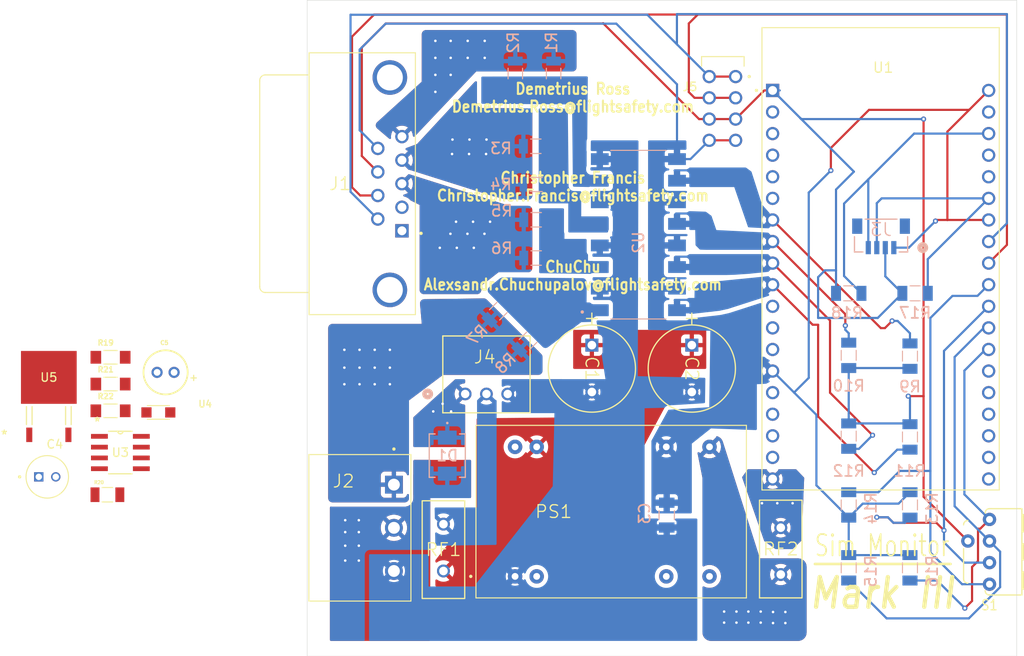
<source format=kicad_pcb>
(kicad_pcb (version 20241229) (generator "pcbnew") (generator_version "9.0")
  (layers (0 "F.Cu" signal) (2 "B.Cu" signal) (13 "F.Paste" user) (15 "B.Paste" user) (5 "F.SilkS" user "F.Silkscreen") (7 "B.SilkS" user "B.Silkscreen") (1 "F.Mask" user) (3 "B.Mask" user) (25 "Edge.Cuts" user))
  (net 0 "")
  (net 1 "-Vin")
  (net 4 "spare")
  (net 5 "ramp_down")
  (net 7 "ramp_up")
  (net 9 "sim_home")
  (net 14 "spare_opto")
  (net 15 "+3.3V")
  (net 16 "GPIO_25")
  (net 17 "GPIO_26")
  (net 18 "GPIO_16")
  (net 19 "ESP_GND2")
  (net 20 "GPIO_17")
  (net 21 "GPIO_4")
  (net 22 "/+VIN")
  (net 36 "GPIO_21")
  (net 41 "GPIO_22")
  (net 44 "+24V")
  (net 46 "GPIO_32")
  (net 47 "GPIO_33")
  (net 48 "GPIO_5")
  (net 49 "ramp_up_opto")
  (net 50 "/ramp_down_opto")
  (net 51 "/sim_home_opto")
  (net 52 "+VIN-dc")
  (net 53 "/+VOUT")
  (net 54 "+VOUT-esp")
  (net 55 "/+24V-Sim")
  (net 56 "GPIO_19")
  (net 57 "GPIO_18")
  (net 59 "VDD")
  (net 64 "sim_home_safe")
  (net 65 "Net-(U3-1IN+)")
  (footprint "footprints:SOD123F" (layer "F.Cu") (at 78.03 100.9165)
    (property "Reference" "U4")
    (property "Value" "BAT46W")
  )
  (footprint "footprints:TO252-3_ROM" (layer "F.Cu") (at 65.1522 96.7947)
    (property "Reference" "U5")
    (property "Value" "BA&")
  )
  (footprint "footprints:CAPPRD200W50D500H1100" (layer "F.Cu") (at 64.97 108.498)
    (property "Reference" "C4")
    (property "Value" "ECA1HM100")
  )
  (footprint "footprints:DRR3010" (layer "F.Cu") (at 175.75 117.31915 90)
    (property "Reference" "S1")
    (property "Value" "DRR3016")
  )
  (footprint "footprints:MODULE_ESP32-DEVKITC-32D" (layer "F.Cu") (at 162.95 82.78915)
    (property "Reference" "U1")
    (property "Value" "ESP32-DEVKITC-32D")
  )
  (footprint "footprints:RES_ERJP08J105V" (layer "F.Cu") (at 72.405 94.428)
    (property "Reference" "R19")
    (property "Value" "ERJP08J105V")
  )
  (footprint "footprints:RES_ERJP08J105V" (layer "F.Cu") (at 72.405 100.728)
    (property "Reference" "R22")
    (property "Value" "ERJP08J105V")
  )
  (footprint "footprints:CONN_S3B-EH_JST" (layer "F.Cu") (at 114.1049 98.7451)
    (property "Reference" "J4")
    (property "Value" "S3B-EH")
  )
  (footprint "footprints:D8" (layer "F.Cu") (at 73.5646 105.6351)
    (property "Reference" "U3")
    (property "Value" "TLV272CDR")
  )
  (footprint "footprints:ASSMANN_A-DF_09_A_KG-T4S" (layer "F.Cu") (at 106.67 79.545 -90)
    (property "Reference" "J1")
    (property "Value" "A-DF_09_A_KG-T4S")
  )
  (footprint "footprints:PTC_RESET_FUSE" (layer "F.Cu") (at 151.21 119.98915 90)
    (property "Reference" "RF2")
    (property "Value" "~" (hide yes))
  )
  (footprint "footprints:PHOENIX_1770979" (layer "F.Cu") (at 141.9 59.05 -90)
    (property "Reference" "J5")
    (property "Value" "1770979")
  )
  (footprint "footprints:PTC_RESET_FUSE" (layer "F.Cu") (at 111.55 114.0617 -90)
    (property "Reference" "RF1")
    (property "Value" "~" (hide yes))
  )
  (footprint "footprints:WCAP-ATG5_5X11_DXL_" (layer "F.Cu") (at 78.88 96.203)
    (property "Reference" "C5")
    (property "Value" "WCAP-ATG5_5X11")
  )
  (footprint "footprints:PCAP_10x12_5-THRU-ELECT_NCA" (layer "F.Cu") (at 140.75 93 -90)
    (property "Reference" "C2")
    (property "Value" "UHE2A470MPD")
  )
  (footprint "footprints:RES_ERJP08J334V" (layer "F.Cu") (at 72.405 97.578)
    (property "Reference" "R21")
    (property "Value" "ERJP08J334V")
  )
  (footprint "footprints:RESC3115X65N" (layer "F.Cu") (at 72.04 110.6)
    (property "Reference" "R20")
    (property "Value" "CRG1206F470R")
  )
  (footprint "footprints:PHOENIX_1757255" (layer "F.Cu") (at 95.725 105.875 -90)
    (property "Reference" "J2")
    (property "Value" "jst-power")
  )
  (footprint "footprints:PCAP_10x12_5-THRU-ELECT_NCA" (layer "F.Cu") (at 129 93 -90)
    (property "Reference" "C1")
    (property "Value" "UHE2A470MPD")
  )
  (footprint "footprints:CONV_REC5A-2405SW_H2" (layer "F.Cu") (at 131.27 112.58915)
    (property "Reference" "PS1")
    (property "Value" "REC5A-2405SW_H2")
  )
  (footprint "footprints:CONN_BM04B-SRSS-TB_SPK" (layer "B.Cu") (at 163 80.106 180)
    (property "Reference" "J3")
    (property "Value" "JST -SM")
  )
  (footprint "footprints:RESC3216X75N" (layer "B.Cu") (at 159.2 86.906)
    (property "Reference" "R18")
    (property "Value" "CR1206-FX-1002ELF")
  )
  (footprint "footprints:RESC3216X75N" (layer "B.Cu") (at 166.4 103.8 90)
    (property "Reference" "R11")
    (property "Value" "CR1206-FX-1002ELF")
  )
  (footprint "footprints:RESC3216X75N" (layer "B.Cu") (at 166.4 111.8 90)
    (property "Reference" "R13")
    (property "Value" "CR1206-FX-1002ELF")
  )
  (footprint "footprints:RESC3115X65N" (layer "B.Cu") (at 122.45 82.75)
    (property "Reference" "R6" (hide yes))
    (property "Value" "CRGH1206J4K7")
  )
  (footprint "footprints:RESC3115X65N" (layer "B.Cu") (at 121.5 92.5 45)
    (property "Reference" "R8")
    (property "Value" "CRGH1206J4K7")
  )
  (footprint "footprints:DO214AASMB_CIP-L" (layer "B.Cu") (at 112 106 -90)
    (property "Reference" "D1")
    (property "Value" "SS34B-HF")
  )
  (footprint "footprints:RESC3115X65N" (layer "B.Cu") (at 124.5 61.04 -90)
    (property "Reference" "R1")
    (property "Value" "CRGH1206J4K7")
  )
  (footprint "footprints:RESC3115X65N" (layer "B.Cu") (at 122.45 78.25)
    (property "Reference" "R5" (hide yes))
    (property "Value" "CRGH1206J4K7")
  )
  (footprint "footprints:RESC3015X65N" (layer "B.Cu") (at 122.45 74.1)
    (property "Reference" "R4")
    (property "Value" "CRGH1206J4K7")
  )
  (footprint "footprints:RESC3115X65N" (layer "B.Cu") (at 122.41 69.6)
    (property "Reference" "R3")
    (property "Value" "CRGH1206J4K7")
  )
  (footprint "footprints:RESC3216X75N" (layer "B.Cu") (at 167 86.906)
    (property "Reference" "R17")
    (property "Value" "CR1206-FX-1002ELF")
  )
  (footprint "footprints:RESC3216X75N" (layer "B.Cu") (at 159.2 94.2 -90)
    (property "Reference" "R10")
    (property "Value" "CR1206-FX-1002ELF")
  )
  (footprint "footprints:SOIC254P1016X460-16N" (layer "B.Cu") (at 134.47 80)
    (property "Reference" "U2")
    (property "Value" "LTV-846S")
  )
  (footprint "footprints:RESC3216X75N" (layer "B.Cu") (at 166.4 94.294 -90)
    (property "Reference" "R9")
    (property "Value" "CR1206-FX-1002ELF")
  )
  (footprint "footprints:RESC3216X75N" (layer "B.Cu") (at 159.2 103.706 90)
    (property "Reference" "R12")
    (property "Value" "CR1206-FX-1002ELF")
  )
  (footprint "footprints:RESC3216X75N" (layer "B.Cu") (at 159.2 111.8 -90)
    (property "Reference" "R14")
    (property "Value" "CR1206-FX-1002ELF")
  )
  (footprint "footprints:RESC3216X75N" (layer "B.Cu") (at 166.4 119.2 90)
    (property "Reference" "R16")
    (property "Value" "CR1206-FX-1002ELF")
  )
  (footprint "footprints:RESC3115X65N" (layer "B.Cu") (at 120 61.04 -90)
    (property "Reference" "R2")
    (property "Value" "CRGH1206J4K7")
  )
  (footprint "footprints:RESC3216X75N" (layer "B.Cu") (at 159.2 119.2 90)
    (property "Reference" "R15")
    (property "Value" "CR1206-FX-1002ELF")
  )
  (footprint "footprints:CAPC3216X180N" (layer "B.Cu") (at 137.8 113 -90)
    (property "Reference" "C3")
    (property "Value" "1000pf/3kV")
  )
  (footprint "footprints:RESC3115X65N" (layer "B.Cu") (at 118 89 45)
    (property "Reference" "R7")
    (property "Value" "CRGH1206J4K7")
  )
  (gr_line (start 155.225 118.75) (end 171.175 118.75) (stroke (width 0.3)) (layer "F.SilkS"))
  (gr_rect (start 95.525 52.41415) (end 178.95 129.58915) (stroke (width 0.05)) (fill no) (layer "Edge.Cuts"))
  (gr_text "Mark III" (at 154.34 124.24 0) (layer "F.SilkS") (effects (font (size 3.5 3) (thickness 0.5) (bold yes) (italic yes)) (justify left bottom)))
  (gr_text "Demetrius Ross\nDemetrius.Ross@flightsafety.com\n\n\n\nChristopher Francis\nChristopher.Francis@flightsafety.com\n\n\n\nChuChu\nAlexsandr.Chuchupalov@flightsafety.com" (at 126.76931 74.356228 0) (layer "F.SilkS") (effects (font (size 1.3 1.15) (thickness 0.25) (bold yes))))
  (gr_text "Sim Monitor" (at 163.125 118.05 0) (layer "F.SilkS") (effects (font (size 2.5 1.75) (thickness 0.2)) (justify bottom)))
  (gr_text "R5\n" (at 118.4 77.2 0) (layer "B.SilkS") (effects (font (size 1.3 1.3) (thickness 0.2)) (justify mirror)))
  (gr_text "R6\n" (at 118.4 81.6 0) (layer "B.SilkS") (effects (font (size 1.3 1.3) (thickness 0.2)) (justify mirror)))
  (via (at 110.6 59.2) (size 0.6) (drill 0.3) (layers "F.Cu" "B.Cu") (net 4))
  (via (at 110.6 61.2) (size 0.6) (drill 0.3) (layers "F.Cu" "B.Cu") (net 4))
  (via (at 116.4 57.2) (size 0.6) (drill 0.3) (layers "F.Cu" "B.Cu") (net 4))
  (via (at 110.6 57.2) (size 0.6) (drill 0.3) (layers "F.Cu" "B.Cu") (net 4))
  (via (at 114.4 59.2) (size 0.6) (drill 0.3) (layers "F.Cu" "B.Cu") (net 4))
  (via (at 110.6 63.2) (size 0.6) (drill 0.3) (layers "F.Cu" "B.Cu") (net 4))
  (via (at 116.4 59.2) (size 0.6) (drill 0.3) (layers "F.Cu" "B.Cu") (net 4))
  (via (at 114.4 57.2) (size 0.6) (drill 0.3) (layers "F.Cu" "B.Cu") (net 4))
  (via (at 112.4 61.2) (size 0.6) (drill 0.3) (layers "F.Cu" "B.Cu") (net 4))
  (via (at 112.4 59.2) (size 0.6) (drill 0.3) (layers "F.Cu" "B.Cu") (net 4))
  (via (at 112.4 57.2) (size 0.6) (drill 0.3) (layers "F.Cu" "B.Cu") (net 4))
  (via (at 116.37 79.9) (size 0.6) (drill 0.3) (layers "F.Cu" "B.Cu") (net 5))
  (via (at 117.03 78.48) (size 0.6) (drill 0.3) (layers "F.Cu" "B.Cu") (net 5))
  (via (at 112.37 79.9) (size 0.6) (drill 0.3) (layers "F.Cu" "B.Cu") (net 5))
  (via (at 115.03 78.48) (size 0.6) (drill 0.3) (layers "F.Cu" "B.Cu") (net 5))
  (via (at 113.12 81.55) (size 0.6) (drill 0.3) (layers "F.Cu" "B.Cu") (net 5))
  (via (at 114.37 79.9) (size 0.6) (drill 0.3) (layers "F.Cu" "B.Cu") (net 5))
  (via (at 113.03 78.48) (size 0.6) (drill 0.3) (layers "F.Cu" "B.Cu") (net 5))
  (via (at 115.12 81.55) (size 0.6) (drill 0.3) (layers "F.Cu" "B.Cu") (net 5))
  (via (at 111.12 81.55) (size 0.6) (drill 0.3) (layers "F.Cu" "B.Cu") (net 5))
  (via (at 116.56 70.51) (size 0.6) (drill 0.3) (layers "F.Cu" "B.Cu") (net 7))
  (via (at 116.61 68.81) (size 0.6) (drill 0.3) (layers "F.Cu" "B.Cu") (net 7))
  (via (at 114.56 70.51) (size 0.6) (drill 0.3) (layers "F.Cu" "B.Cu") (net 7))
  (via (at 112.56 70.51) (size 0.6) (drill 0.3) (layers "F.Cu" "B.Cu") (net 7))
  (via (at 112.61 68.81) (size 0.6) (drill 0.3) (layers "F.Cu" "B.Cu") (net 7))
  (via (at 114.61 68.81) (size 0.6) (drill 0.3) (layers "F.Cu" "B.Cu") (net 7))
  (via (at 99.9 95.65) (size 0.6) (drill 0.3) (layers "F.Cu" "B.Cu") (net 9))
  (via (at 99.9 97.6) (size 0.6) (drill 0.3) (layers "F.Cu" "B.Cu") (net 9))
  (via (at 105.25 97.6) (size 0.6) (drill 0.3) (layers "F.Cu" "B.Cu") (net 9))
  (via (at 101.683333 95.65) (size 0.6) (drill 0.3) (layers "F.Cu" "B.Cu") (net 9))
  (via (at 101.683333 97.6) (size 0.6) (drill 0.3) (layers "F.Cu" "B.Cu") (net 9))
  (via (at 105.25 93.55) (size 0.6) (drill 0.3) (layers "F.Cu" "B.Cu") (net 9))
  (via (at 101.683333 93.55) (size 0.6) (drill 0.3) (layers "F.Cu" "B.Cu") (net 9))
  (via (at 105.25 95.65) (size 0.6) (drill 0.3) (layers "F.Cu" "B.Cu") (net 9))
  (via (at 103.466667 97.6) (size 0.6) (drill 0.3) (layers "F.Cu" "B.Cu") (net 9))
  (via (at 103.466667 93.55) (size 0.6) (drill 0.3) (layers "F.Cu" "B.Cu") (net 9))
  (via (at 99.9 93.55) (size 0.6) (drill 0.3) (layers "F.Cu" "B.Cu") (net 9))
  (via (at 103.466667 95.65) (size 0.6) (drill 0.3) (layers "F.Cu" "B.Cu") (net 9))
  (segment (start 142.8 66.4) (end 145.9 66.4) (width 0.254) (layer "F.Cu") (net 15))
  (segment (start 141.6 66.4) (end 130.325 55.125) (width 0.254) (layer "F.Cu") (net 15))
  (segment (start 101.95 57.975) (end 101.95 70.74) (width 0.254) (layer "F.Cu") (net 15))
  (segment (start 142.8 66.4) (end 141.6 66.4) (width 0.254) (layer "F.Cu") (net 15))
  (segment (start 150.25 63.02915) (end 149.27085 63.02915) (width 0.254) (layer "F.Cu") (net 15))
  (segment (start 130.3 55.15) (end 104.775 55.15) (width 0.254) (layer "F.Cu") (net 15))
  (segment (start 130.325 55.125) (end 130.3 55.15) (width 0.254) (layer "F.Cu") (net 15))
  (segment (start 168 110.83915) (end 168 99) (width 0.254) (layer "F.Cu") (net 15))
  (segment (start 173.21 116.04915) (end 168 110.83915) (width 0.254) (layer "F.Cu") (net 15))
  (segment (start 168 99) (end 166.2 99) (width 0.254) (layer "F.Cu") (net 15))
  (segment (start 101.95 70.74) (end 103.83 72.62) (width 0.254) (layer "F.Cu") (net 15))
  (segment (start 149.27085 63.02915) (end 145.9 66.4) (width 0.254) (layer "F.Cu") (net 15))
  (segment (start 168 99) (end 168 66.4) (width 0.254) (layer "F.Cu") (net 15))
  (segment (start 104.775 55.15) (end 101.95 57.975) (width 0.254) (layer "F.Cu") (net 15))
  (via (at 166.2 99) (size 0.6) (drill 0.3) (layers "F.Cu" "B.Cu") (net 15))
  (via (at 168 66.4) (size 0.6) (drill 0.3) (layers "F.Cu" "B.Cu") (net 15))
  (segment (start 166.4 99.2) (end 166.4 102.306) (width 0.254) (layer "B.Cu") (net 15))
  (segment (start 151.090301 63.02915) (end 150.25 63.02915) (width 0.254) (layer "B.Cu") (net 15))
  (segment (start 157.706 74.694) (end 157.706 84.2) (width 0.254) (layer "B.Cu") (net 15))
  (segment (start 157.706 84.2) (end 156.4 84.2) (width 0.254) (layer "B.Cu") (net 15))
  (segment (start 162.612 89.8) (end 155.6 89.8) (width 0.254) (layer "B.Cu") (net 15))
  (segment (start 166.306 102.212) (end 166.4 102.306) (width 0.254) (layer "B.Cu") (net 15))
  (segment (start 155.6 85) (end 155.6 89.8) (width 0.254) (layer "B.Cu") (net 15))
  (segment (start 156.4 84.2) (end 155.6 85) (width 0.254) (layer "B.Cu") (net 15))
  (segment (start 165.506 86.906) (end 162.612 89.8) (width 0.254) (layer "B.Cu") (net 15))
  (segment (start 153.510425 66.289575) (end 150.25 63.02915) (width 0.254) (layer "B.Cu") (net 15))
  (segment (start 159.810425 72.589575) (end 153.510425 66.289575) (width 0.254) (layer "B.Cu") (net 15))
  (segment (start 166.306 95.694) (end 166.4 95.788) (width 0.254) (layer "B.Cu") (net 15))
  (segment (start 159.2 102.212) (end 166.306 102.212) (width 0.254) (layer "B.Cu") (net 15))
  (segment (start 168 66.4) (end 153.62085 66.4) (width 0.254) (layer "B.Cu") (net 15))
  (segment (start 159.2 95.694) (end 166.306 95.694) (width 0.254) (layer "B.Cu") (net 15))
  (segment (start 159.2 95.694) (end 159.2 102.212) (width 0.254) (layer "B.Cu") (net 15))
  (segment (start 166.2 99) (end 166.4 99.2) (width 0.254) (layer "B.Cu") (net 15))
  (segment (start 165.506 86.906) (end 163.499999 84.899999) (width 0.254) (layer "B.Cu") (net 15))
  (segment (start 153.62085 66.4) (end 153.510425 66.289575) (width 0.254) (layer "B.Cu") (net 15))
  (segment (start 163.499999 84.899999) (end 163.499999 81.5276) (width 0.254) (layer "B.Cu") (net 15))
  (segment (start 157.706 84.2) (end 157.706 86.906) (width 0.254) (layer "B.Cu") (net 15))
  (segment (start 159.810425 72.589575) (end 157.706 74.694) (width 0.254) (layer "B.Cu") (net 15))
  (segment (start 162 103.6) (end 157 98.6) (width 0.254) (layer "F.Cu") (net 16))
  (segment (start 157 90.09915) (end 150.25 83.34915) (width 0.254) (layer "F.Cu") (net 16))
  (segment (start 157 98.6) (end 157 90.09915) (width 0.254) (layer "F.Cu") (net 16))
  (via (at 162 103.6) (size 0.6) (drill 0.3) (layers "F.Cu" "B.Cu") (net 16))
  (segment (start 160.4 105.2) (end 162 103.6) (width 0.254) (layer "B.Cu") (net 16))
  (segment (start 159.2 105.2) (end 160.4 105.2) (width 0.254) (layer "B.Cu") (net 16))
  (segment (start 154.96085 90.6) (end 150.25 85.88915) (width 0.254) (layer "F.Cu") (net 17))
  (segment (start 155.6 101.4) (end 155.6 90.6) (width 0.254) (layer "F.Cu") (net 17))
  (segment (start 162.2 108) (end 155.6 101.4) (width 0.254) (layer "F.Cu") (net 17))
  (segment (start 155.6 90.6) (end 154.96085 90.6) (width 0.254) (layer "F.Cu") (net 17))
  (via (at 162.2 108) (size 0.6) (drill 0.3) (layers "F.Cu" "B.Cu") (net 17))
  (segment (start 164.906 105.294) (end 162.2 108) (width 0.254) (layer "B.Cu") (net 17))
  (segment (start 166.4 105.294) (end 164.906 105.294) (width 0.254) (layer "B.Cu") (net 17))
  (segment (start 159.2 120.694) (end 163.656 125.15) (width 0.254) (layer "B.Cu") (net 18))
  (segment (start 175.08085 90.96915) (end 175.65 90.96915) (width 0.254) (layer "B.Cu") (net 18))
  (segment (start 171.65 94.4) (end 175.08085 90.96915) (width 0.254) (layer "B.Cu") (net 18))
  (segment (start 171.65 111.94915) (end 171.65 94.4) (width 0.254) (layer "B.Cu") (net 18))
  (segment (start 175.75 116.04915) (end 171.65 111.94915) (width 0.254) (layer "B.Cu") (net 18))
  (segment (start 177 117.29915) (end 175.75 116.04915) (width 0.254) (layer "B.Cu") (net 18))
  (segment (start 163.656 125.15) (end 173.322 125.15) (width 0.254) (layer "B.Cu") (net 18))
  (segment (start 173.322 125.15) (end 177 121.472) (width 0.254) (layer "B.Cu") (net 18))
  (segment (start 177 121.472) (end 177 117.29915) (width 0.254) (layer "B.Cu") (net 18))
  (segment (start 157.1 69.8) (end 161.585425 65.314575) (width 0.254) (layer "F.Cu") (net 19))
  (segment (start 157.1 72.45) (end 157.1 69.8) (width 0.254) (layer "F.Cu") (net 19))
  (segment (start 169.53085 78.26915) (end 170.8 78.26915) (width 0.254) (layer "F.Cu") (net 19))
  (segment (start 173.364575 65.314575) (end 175.65 63.02915) (width 0.254) (layer "F.Cu") (net 19))
  (segment (start 161.585425 65.314575) (end 173.364575 65.314575) (width 0.254) (layer "F.Cu") (net 19))
  (segment (start 169.4 78.4) (end 169.53085 78.26915) (width 0.254) (layer "F.Cu") (net 19))
  (segment (start 170.8 78.26915) (end 170.8 67.87915) (width 0.254) (layer "F.Cu") (net 19))
  (segment (start 142.8 68.9) (end 145.9 68.9) (width 0.254) (layer "F.Cu") (net 19))
  (segment (start 170.8 67.87915) (end 173.364575 65.314575) (width 0.254) (layer "F.Cu") (net 19))
  (segment (start 170.8 78.26915) (end 175.65 78.26915) (width 0.254) (layer "F.Cu") (net 19))
  (via (at 169.4 78.4) (size 0.6) (drill 0.3) (layers "F.Cu" "B.Cu") (net 19))
  (via (at 157.1 72.45) (size 0.6) (drill 0.3) (layers "F.Cu" "B.Cu") (net 19))
  (segment (start 152.775425 98.574575) (end 150.25 96.04915) (width 0.254) (layer "B.Cu") (net 19))
  (segment (start 155.4 109.494) (end 155.4 101.19915) (width 0.254) (layer "B.Cu") (net 19))
  (segment (start 155.4 101.19915) (end 152.775425 98.574575) (width 0.254) (layer "B.Cu") (net 19))
  (segment (start 165.056 111.65) (end 166.4 110.306) (width 0.254) (layer "B.Cu") (net 19))
  (segment (start 101.7 58.225) (end 101.7 67.72) (width 0.254) (layer "B.Cu") (net 19))
  (segment (start 139.01 62.31) (end 131.875 55.175) (width 0.254) (layer "B.Cu") (net 19))
  (segment (start 101.7 67.72) (end 103.83 69.85) (width 0.254) (layer "B.Cu") (net 19))
  (segment (start 104.75 55.175) (end 101.7 58.225) (width 0.254) (layer "B.Cu") (net 19))
  (segment (start 131.875 55.175) (end 104.75 55.175) (width 0.254) (layer "B.Cu") (net 19))
  (segment (start 160.844 111.65) (end 165.056 111.65) (width 0.254) (layer "B.Cu") (net 19))
  (segment (start 159.2 117.706) (end 166.4 117.706) (width 0.254) (layer "B.Cu") (net 19))
  (segment (start 159.2 113.294) (end 155.4 109.494) (width 0.254) (layer "B.Cu") (net 19))
  (segment (start 166.2724 81.5276) (end 169.4 78.4) (width 0.254) (layer "B.Cu") (net 19))
  (segment (start 140.59 71.11) (end 142.8 68.9) (width 0.254) (layer "B.Cu") (net 19))
  (segment (start 157.1 72.45) (end 154.5 75.05) (width 0.254) (layer "B.Cu") (net 19))
  (segment (start 154.5 96.85) (end 152.775425 98.574575) (width 0.254) (layer "B.Cu") (net 19))
  (segment (start 164.5 81.5276) (end 166.2724 81.5276) (width 0.254) (layer "B.Cu") (net 19))
  (segment (start 159.2 113.294) (end 160.844 111.65) (width 0.254) (layer "B.Cu") (net 19))
  (segment (start 139.01 71.11) (end 140.59 71.11) (width 0.254) (layer "B.Cu") (net 19))
  (segment (start 139.01 71.11) (end 139.01 62.31) (width 0.254) (layer "B.Cu") (net 19))
  (segment (start 159.2 117.706) (end 159.2 113.294) (width 0.254) (layer "B.Cu") (net 19))
  (segment (start 154.5 75.05) (end 154.5 96.85) (width 0.254) (layer "B.Cu") (net 19))
  (segment (start 163.8 113.25) (end 164.45 113.9) (width 0.254) (layer "F.Cu") (net 20))
  (segment (start 162.5 113.25) (end 163.8 113.25) (width 0.254) (layer "F.Cu") (net 20))
  (segment (start 164.45 113.9) (end 169.5 113.9) (width 0.254) (layer "F.Cu") (net 20))
  (segment (start 169.5 113.9) (end 170.4 114.8) (width 0.254) (layer "F.Cu") (net 20))
  (via (at 170.4 114.8) (size 0.6) (drill 0.3) (layers "F.Cu" "B.Cu") (net 20))
  (via (at 162.5 113.25) (size 0.6) (drill 0.3) (layers "F.Cu" "B.Cu") (net 20))
  (segment (start 170.4 114.8) (end 170.4 116.2) (width 0.254) (layer "B.Cu") (net 20))
  (segment (start 170.4 116.2) (end 172.78915 118.58915) (width 0.254) (layer "B.Cu") (net 20))
  (segment (start 170.4 114.8) (end 170.4 93.67915) (width 0.254) (layer "B.Cu") (net 20))
  (segment (start 165.794 113.9) (end 166.4 113.294) (width 0.254) (layer "B.Cu") (net 20))
  (segment (start 164.45 113.9) (end 165.794 113.9) (width 0.254) (layer "B.Cu") (net 20))
  (segment (start 172.78915 118.58915) (end 175.75 118.58915) (width 0.254) (layer "B.Cu") (net 20))
  (segment (start 162.5 113.25) (end 163.8 113.25) (width 0.254) (layer "B.Cu") (net 20))
  (segment (start 163.8 113.25) (end 164.45 113.9) (width 0.254) (layer "B.Cu") (net 20))
  (segment (start 170.4 93.67915) (end 175.65 88.42915) (width 0.254) (layer "B.Cu") (net 20))
  (segment (start 172.85 123.95) (end 173.7 123.1) (width 0.254) (layer "F.Cu") (net 21))
  (segment (start 174.65915 114.6) (end 175.75 113.50915) (width 0.254) (layer "F.Cu") (net 21))
  (segment (start 173.7 123.1) (end 173.7 119.1) (width 0.254) (layer "F.Cu") (net 21))
  (segment (start 174.4 118.4) (end 174.4 114.6) (width 0.254) (layer "F.Cu") (net 21))
  (segment (start 173.7 119.1) (end 174.4 118.4) (width 0.254) (layer "F.Cu") (net 21))
  (segment (start 174.4 114.6) (end 174.65915 114.6) (width 0.254) (layer "F.Cu") (net 21))
  (via (at 172.85 123.95) (size 0.6) (drill 0.3) (layers "F.Cu" "B.Cu") (net 21))
  (segment (start 175.75 113.50915) (end 172.8 110.55915) (width 0.254) (layer "B.Cu") (net 21))
  (segment (start 175.29085 93.50915) (end 175.65 93.50915) (width 0.254) (layer "B.Cu") (net 21))
  (segment (start 169.594 120.694) (end 172.85 123.95) (width 0.254) (layer "B.Cu") (net 21))
  (segment (start 172.8 96) (end 175.29085 93.50915) (width 0.254) (layer "B.Cu") (net 21))
  (segment (start 166.4 120.694) (end 169.594 120.694) (width 0.254) (layer "B.Cu") (net 21))
  (segment (start 172.8 110.55915) (end 172.8 96) (width 0.254) (layer "B.Cu") (net 21))
  (segment (start 168.494 82.88515) (end 175.65 75.72915) (width 0.254) (layer "B.Cu") (net 36))
  (segment (start 163.07085 75.72915) (end 175.65 75.72915) (width 0.254) (layer "B.Cu") (net 36))
  (segment (start 162.500001 76.299999) (end 163.07085 75.72915) (width 0.254) (layer "B.Cu") (net 36))
  (segment (start 168.494 86.906) (end 168.494 82.88515) (width 0.254) (layer "B.Cu") (net 36))
  (segment (start 162.500001 81.5276) (end 162.500001 76.299999) (width 0.254) (layer "B.Cu") (net 36))
  (segment (start 158.65 76.35) (end 161.5 73.5) (width 0.254) (layer "B.Cu") (net 41))
  (segment (start 161.5 73.5) (end 166.89085 68.10915) (width 0.254) (layer "B.Cu") (net 41))
  (segment (start 161.5 81.5276) (end 161.5 73.5) (width 0.254) (layer "B.Cu") (net 41))
  (segment (start 158.65 84.862) (end 158.65 76.35) (width 0.254) (layer "B.Cu") (net 41))
  (segment (start 160.694 86.906) (end 158.65 84.862) (width 0.254) (layer "B.Cu") (net 41))
  (segment (start 166.89085 68.10915) (end 175.65 68.10915) (width 0.254) (layer "B.Cu") (net 41))
  (via (at 111.45 99.9) (size 0.6) (drill 0.3) (layers "F.Cu" "B.Cu") (net 44))
  (via (at 110.35 100.8) (size 0.6) (drill 0.3) (layers "F.Cu" "B.Cu") (net 44))
  (via (at 112.45 100.8) (size 0.6) (drill 0.3) (layers "F.Cu" "B.Cu") (net 44))
  (segment (start 164.3 90.15) (end 163.45 91) (width 0.254) (layer "F.Cu") (net 46))
  (segment (start 163.45 91) (end 162.98085 91) (width 0.254) (layer "F.Cu") (net 46))
  (segment (start 162.98085 91) (end 150.25 78.26915) (width 0.254) (layer "F.Cu") (net 46))
  (via (at 164.3 90.15) (size 0.6) (drill 0.3) (layers "F.Cu" "B.Cu") (net 46))
  (segment (start 164.95 90.15) (end 166.4 91.6) (width 0.254) (layer "B.Cu") (net 46))
  (segment (start 164.3 90.15) (end 164.95 90.15) (width 0.254) (layer "B.Cu") (net 46))
  (segment (start 166.4 91.6) (end 166.4 92.8) (width 0.254) (layer "B.Cu") (net 46))
  (segment (start 158.8 90.7) (end 158.8 89.35915) (width 0.254) (layer "F.Cu") (net 47))
  (segment (start 158.8 89.35915) (end 150.25 80.80915) (width 0.254) (layer "F.Cu") (net 47))
  (via (at 158.8 90.7) (size 0.6) (drill 0.3) (layers "F.Cu" "B.Cu") (net 47))
  (segment (start 158.8 91.2) (end 159.2 91.6) (width 0.254) (layer "B.Cu") (net 47))
  (segment (start 158.8 90.7) (end 158.8 91.2) (width 0.254) (layer "B.Cu") (net 47))
  (segment (start 159.2 91.6) (end 159.2 92.706) (width 0.254) (layer "B.Cu") (net 47))
  (segment (start 175.75 121.12915) (end 175.54 121.33915) (width 0.254) (layer "F.Cu") (net 48))
  (segment (start 159.2 110.306) (end 162.694 110.306) (width 0.254) (layer "B.Cu") (net 48))
  (segment (start 162.694 110.306) (end 165.2 107.8) (width 0.254) (layer "B.Cu") (net 48))
  (segment (start 171.4 87.2) (end 174.33915 87.2) (width 0.254) (layer "B.Cu") (net 48))
  (segment (start 174.33915 87.2) (end 175.65 85.88915) (width 0.254) (layer "B.Cu") (net 48))
  (segment (start 168.8 107.8) (end 168.8 89.8) (width 0.254) (layer "B.Cu") (net 48))
  (segment (start 168.8 117.4) (end 172.52915 121.12915) (width 0.254) (layer "B.Cu") (net 48))
  (segment (start 168.8 89.8) (end 171.4 87.2) (width 0.254) (layer "B.Cu") (net 48))
  (segment (start 168.8 107.8) (end 168.8 117.4) (width 0.254) (layer "B.Cu") (net 48))
  (segment (start 172.52915 121.12915) (end 175.75 121.12915) (width 0.254) (layer "B.Cu") (net 48))
  (segment (start 165.2 107.8) (end 168.8 107.8) (width 0.254) (layer "B.Cu") (net 48))
  (via (at 148.85 124.35) (size 0.6) (drill 0.3) (layers "F.Cu" "B.Cu") (net 53))
  (via (at 148.85 125.65) (size 0.6) (drill 0.3) (layers "F.Cu" "B.Cu") (net 53))
  (via (at 146 124.35) (size 0.6) (drill 0.3) (layers "F.Cu" "B.Cu") (net 53))
  (via (at 144.55 124.35) (size 0.6) (drill 0.3) (layers "F.Cu" "B.Cu") (net 53))
  (via (at 151.75 125.7) (size 0.6) (drill 0.3) (layers "F.Cu" "B.Cu") (net 53))
  (via (at 144.55 125.65) (size 0.6) (drill 0.3) (layers "F.Cu" "B.Cu") (net 53))
  (via (at 150.3 124.4) (size 0.6) (drill 0.3) (layers "F.Cu" "B.Cu") (net 53))
  (via (at 147.4 124.35) (size 0.6) (drill 0.3) (layers "F.Cu" "B.Cu") (net 53))
  (via (at 150.3 125.7) (size 0.6) (drill 0.3) (layers "F.Cu" "B.Cu") (net 53))
  (via (at 151.75 124.4) (size 0.6) (drill 0.3) (layers "F.Cu" "B.Cu") (net 53))
  (via (at 146 125.65) (size 0.6) (drill 0.3) (layers "F.Cu" "B.Cu") (net 53))
  (via (at 147.4 125.65) (size 0.6) (drill 0.3) (layers "F.Cu" "B.Cu") (net 53))
  (via (at 150.8 111.6) (size 0.6) (drill 0.3) (layers "F.Cu" "B.Cu") (net 54))
  (via (at 152.6 111.6) (size 0.6) (drill 0.3) (layers "F.Cu" "B.Cu") (net 54))
  (via (at 149 111.6) (size 0.6) (drill 0.3) (layers "F.Cu" "B.Cu") (net 54))
  (via (at 100 116.6) (size 0.6) (drill 0.3) (layers "F.Cu" "B.Cu") (net 55))
  (via (at 100 118.35) (size 0.6) (drill 0.3) (layers "F.Cu" "B.Cu") (net 55))
  (via (at 100 113.6) (size 0.6) (drill 0.3) (layers "F.Cu" "B.Cu") (net 55))
  (via (at 101.6 118.35) (size 0.6) (drill 0.3) (layers "F.Cu" "B.Cu") (net 55))
  (via (at 101.6 113.6) (size 0.6) (drill 0.3) (layers "F.Cu" "B.Cu") (net 55))
  (via (at 100 115) (size 0.6) (drill 0.3) (layers "F.Cu" "B.Cu") (net 55))
  (via (at 101.6 115) (size 0.6) (drill 0.3) (layers "F.Cu" "B.Cu") (net 55))
  (via (at 101.6 116.6) (size 0.6) (drill 0.3) (layers "F.Cu" "B.Cu") (net 55))
  (segment (start 142.8 61.4) (end 145.9 61.4) (width 0.254) (layer "F.Cu") (net 56))
  (segment (start 139 54.05) (end 177.8 54.05) (width 0.254) (layer "B.Cu") (net 56))
  (segment (start 135.525 54.125) (end 100.625 54.125) (width 0.254) (layer "B.Cu") (net 56))
  (segment (start 177.8 54.05) (end 177.8 78.65915) (width 0.254) (layer "B.Cu") (net 56))
  (segment (start 139 54.05) (end 139 57.6) (width 0.254) (layer "B.Cu") (net 56))
  (segment (start 100.625 54.125) (end 100.625 74.955) (width 0.254) (layer "B.Cu") (net 56))
  (segment (start 139 57.6) (end 142.8 61.4) (width 0.254) (layer "B.Cu") (net 56))
  (segment (start 177.8 78.65915) (end 175.65 80.80915) (width 0.254) (layer "B.Cu") (net 56))
  (segment (start 100.625 74.955) (end 103.83 78.16) (width 0.254) (layer "B.Cu") (net 56))
  (segment (start 139 57.6) (end 135.525 54.125) (width 0.254) (layer "B.Cu") (net 56))
  (segment (start 100.8 56.7) (end 100.8 74.425) (width 0.254) (layer "F.Cu") (net 57))
  (segment (start 177.8 54.1) (end 141.45 54.1) (width 0.254) (layer "F.Cu") (net 57))
  (segment (start 142.8 63.9) (end 145.9 63.9) (width 0.254) (layer "F.Cu") (net 57))
  (segment (start 140.4 55.15) (end 140.4 63.225) (width 0.254) (layer "F.Cu") (net 57))
  (segment (start 103.4 54.1) (end 100.8 56.7) (width 0.254) (layer "F.Cu") (net 57))
  (segment (start 141.45 54.1) (end 140.4 55.15) (width 0.254) (layer "F.Cu") (net 57))
  (segment (start 175.65 83.34915) (end 177.8 81.19915) (width 0.254) (layer "F.Cu") (net 57))
  (segment (start 101.765 75.39) (end 103.83 75.39) (width 0.254) (layer "F.Cu") (net 57))
  (segment (start 141.45 54.1) (end 103.4 54.1) (width 0.254) (layer "F.Cu") (net 57))
  (segment (start 140.4 63.225) (end 141.075 63.9) (width 0.254) (layer "F.Cu") (net 57))
  (segment (start 141.075 63.9) (end 142.8 63.9) (width 0.254) (layer "F.Cu") (net 57))
  (segment (start 100.8 74.425) (end 101.765 75.39) (width 0.254) (layer "F.Cu") (net 57))
  (segment (start 177.8 81.19915) (end 177.8 54.1) (width 0.254) (layer "F.Cu") (net 57))
  (zone (net 22) (net_name "/+VIN") (layer "F.Cu") (name "24") (priority 12) (connect_pads (clearance 0.5)) (min_thickness 0.25) (fill yes (thermal_gap 0.5) (thermal_bridge_width 0.5))
    (polygon (pts (xy 115.45 112.1) (xy 110.6 118.309395) (xy 110.6 121.4) (xy 116.04 121.4) (xy 127.24 113.4) (xy 135.1 113.4) (xy 135.1 104.924138) (xy 140 95.8) (xy 142.45 95.8) (xy 142.45 91.2) (xy 126.8 91.2) (xy 126.8 95.8) (xy 131.8 95.8) (xy 131.8 101.45) (xy 115.45 101.6)))
  )
  (zone (net 5) (net_name "ramp_down") (layers "F.Cu" "B.Cu") (priority 8) (connect_pads (clearance 0.5)) (min_thickness 0.25) (fill yes (thermal_gap 0.5) (thermal_bridge_width 0.5) (smoothing fillet) (radius 0.5))
    (polygon (pts (xy 122 76.6) (xy 122 84.425) (xy 118.025 84.425) (xy 116 86) (xy 116 87) (xy 108.75 87) (xy 108.75 76.5) (xy 105.25 74.75) (xy 106.027777 72.416668) (xy 119.274999 76.6)))
  )
  (zone (net 51) (net_name "/sim_home_opto") (layers "F.Cu" "B.Cu") (priority 4) (connect_pads yes (clearance 0.5)) (min_thickness 0.25) (fill yes (thermal_gap 0.5) (thermal_bridge_width 0.75) (smoothing fillet) (radius 0.5))
    (polygon (pts (xy 123.5 93.5) (xy 116.5 86.5) (xy 118.340077 85.027939) (xy 128.398564 85.124268) (xy 128.375 87.975) (xy 131 88.017084) (xy 131 90.213333) (xy 127.75 90.3)))
  )
  (zone (net 7) (net_name "ramp_up") (layers "F.Cu" "B.Cu") (priority 6) (connect_pads (clearance 0.5)) (min_thickness 0.25) (fill yes (thermal_gap 0.5) (thermal_bridge_width 0.5) (smoothing fillet) (radius 0.5))
    (polygon (pts (xy 106 70.25) (xy 105.5 71.5) (xy 106 72.5) (xy 118.675 75.8) (xy 122 75.918251) (xy 122 61.9) (xy 115.335571 61.9) (xy 108.450251 69.331156)))
  )
  (zone (net 44) (net_name "+24V") (layers "F.Cu" "B.Cu") (name "24") (connect_pads (clearance 0.5)) (min_thickness 0.25) (fill yes (thermal_gap 0.5) (thermal_bridge_width 0.5))
    (polygon (pts (xy 108 105) (xy 108 101.5) (xy 113.5 96.5) (xy 114.1 96.5) (xy 114.1 105)))
  )
  (zone (net 55) (net_name "/+24V-Sim") (layers "F.Cu" "B.Cu") (priority 1) (connect_pads (clearance 0.5)) (min_thickness 0.25) (fill yes (thermal_gap 0.5) (thermal_bridge_width 0.5))
    (polygon (pts (xy 98.2 111.6) (xy 98.2 127.8) (xy 104.2 127.8) (xy 110 127.8) (xy 110 111) (xy 114.8 111) (xy 114.8 106.5) (xy 108 106.5) (xy 108 111.167647)))
  )
  (zone (net 53) (net_name "/+VOUT") (layers "F.Cu" "B.Cu") (name "ramp_down") (priority 7) (connect_pads (clearance 0.5)) (min_thickness 0.25) (fill yes (thermal_gap 0.5) (thermal_bridge_width 0.5) (smoothing fillet) (radius 1))
    (polygon (pts (xy 141.326923 105.219231) (xy 142 108.6) (xy 142.004282 127.799926) (xy 154.25 127.8) (xy 154.25 118.08915) (xy 148.75 118.08915) (xy 143.962389 103) (xy 141.4 105)))
  )
  (zone (net 9) (net_name "sim_home") (layers "F.Cu" "B.Cu") (priority 3) (connect_pads (clearance 0.5)) (min_thickness 0.25) (fill yes (thermal_gap 0.5) (thermal_bridge_width 0.5) (smoothing fillet) (radius 0.5))
    (polygon (pts (xy 98 111.5) (xy 98 90.5) (xy 109 90.5) (xy 108.75 87.6) (xy 116.5 87.5) (xy 123.2 94.2) (xy 123.2 96.5) (xy 111.5 96.5) (xy 107.5 99.5) (xy 107.5 111.5)))
  )
  (zone (net 54) (net_name "+VOUT-esp") (layers "F.Cu" "B.Cu") (priority 15) (connect_pads (clearance 0.5)) (min_thickness 0.25) (fill yes (thermal_gap 0.4) (thermal_bridge_width 0.5) (smoothing chamfer) (radius 1))
    (polygon (pts (xy 149.6 117) (xy 146.330434 107.6) (xy 154.008695 107.6) (xy 153.6 117)))
  )
  (zone (net 4) (net_name "spare") (layers "F.Cu" "B.Cu") (priority 5) (connect_pads (clearance 0.5)) (min_thickness 0.25) (fill yes (thermal_gap 0.5) (thermal_bridge_width 0.5) (smoothing fillet) (radius 0.5))
    (polygon (pts (xy 106.11 69.5) (xy 103.335965 67.149123) (xy 109 62) (xy 109 55.925) (xy 127.2 55.925) (xy 127.2 60.8) (xy 115.4 60.8) (xy 107.166666 69.5)))
  )
  (zone (net 50) (net_name "/ramp_down_opto") (layers "F.Cu" "B.Cu") (priority 9) (connect_pads yes (clearance 0.5)) (min_thickness 0.25) (fill yes (thermal_gap 0.5) (thermal_bridge_width 0.5))
    (polygon (pts (xy 122.8 84.537436) (xy 122.8 76.9) (xy 125.775 76.9) (xy 125.775 80.5) (xy 128.55 80.5) (xy 128.55 83.1) (xy 130.9803 83.1) (xy 130.933482 84.645002)))
  )
  (zone (net 14) (net_name "spare_opto") (layers "F.Cu" "B.Cu") (priority 11) (connect_pads yes (clearance 0.5)) (min_thickness 0.25) (fill yes (thermal_gap 0.4) (thermal_bridge_width 0.5))
    (polygon (pts (xy 116 64.6) (xy 126.675 64.675) (xy 126.76931 74.356228) (xy 131.2 74.45) (xy 131.225 72.775) (xy 128.45 72.675) (xy 128.45 69.55) (xy 128.525 61.375) (xy 116 61.4)))
  )
  (zone (net 0) (net_name "") (layers "F.Cu" "B.Cu") (name "ESP_Antenna") (connect_pads (clearance 0)) (min_thickness 0.25)
    (keepout (tracks not_allowed) (vias not_allowed) (pads not_allowed) (copperpour not_allowed) (footprints allowed))
    (fill (thermal_gap 0.4) (thermal_bridge_width 0.5))
    (polygon (pts (xy 152.8 62.2) (xy 152.8 55.6) (xy 173.4 55.6) (xy 173.4 62.2)))
  )
  (zone (net 19) (net_name "ESP_GND2") (layer "B.Cu") (priority 14) (connect_pads (clearance 0.5)) (min_thickness 0.25) (fill yes (thermal_gap 0.4) (thermal_bridge_width 0.75))
    (polygon (pts (xy 136 112.8) (xy 136 104.257142) (xy 138 100.6) (xy 142.8 100.3) (xy 142.930684 91.3034) (xy 135.598265 91.214596) (xy 135.61 68.91) (xy 140.11 68.91) (xy 140.15 72.2) (xy 140.3 83.75) (xy 140.3 83.95) (xy 140.3 87.5) (xy 148.95 87.984027) (xy 148.940464 94.325987) (xy 150.35 94.544366) (xy 150.35 97.491666) (xy 148.4 97.6) (xy 148.4 103) (xy 143 102.8) (xy 140.75 104.58915) (xy 140.75 112.8)))
  )
  (zone (net 16) (net_name "GPIO_25") (layer "B.Cu") (priority 18) (connect_pads (clearance 0.5)) (min_thickness 0.25) (fill yes (thermal_gap 0.4) (thermal_bridge_width 0.75) (smoothing chamfer) (radius 0.5))
    (polygon (pts (xy 138.45 82.29) (xy 150.60099 82.29) (xy 150.582 84.4) (xy 145.3 84.75) (xy 138.45 84.75)))
  )
  (zone (net 52) (net_name "+VIN-dc") (layer "B.Cu") (name "24") (priority 2) (connect_pads (clearance 0.5)) (min_thickness 0.25) (fill yes (thermal_gap 0.5) (thermal_bridge_width 0.5))
    (polygon (pts (xy 115.5 98.3) (xy 115.5 112.1) (xy 110.511765 112.1) (xy 110.6 116.6) (xy 117.8 116.502703) (xy 117.8 98.3)))
  )
  (zone (net 46) (net_name "GPIO_32") (layer "B.Cu") (priority 16) (connect_pads (clearance 0.5)) (min_thickness 0.25) (fill yes (thermal_gap 0.4) (thermal_bridge_width 0.75) (smoothing chamfer) (radius 0.5))
    (polygon (pts (xy 138.4 72.1) (xy 147.607882 72.1) (xy 149 76.450601) (xy 150.2 77.8) (xy 150.713253 80) (xy 150 80) (xy 147.6 79.8) (xy 145.740984 74.4) (xy 138.4 74.4)))
  )
  (zone (net 1) (net_name "-Vin") (layer "B.Cu") (name "-Vin") (priority 13) (connect_pads (clearance 0.5)) (min_thickness 0.25) (fill yes (thermal_gap 0.25) (thermal_bridge_width 0.75))
    (polygon (pts (xy 102.8 117.6) (xy 109.8 117.6) (xy 109.8 121.4) (xy 115.4 121.4) (xy 115.4 121.063159) (xy 124.4 109.6) (xy 124.6 101) (xy 118.4 101.004348) (xy 118.4 96.997333) (xy 130.6 97) (xy 129.1 87.35) (xy 129.05 80.2) (xy 131.4 80.2) (xy 131.4 77.2) (xy 128.75 77.2) (xy 128.88 68.91) (xy 134.48 68.91) (xy 134.4 96.65) (xy 142.421877 96.843807) (xy 142.359762 100.253339) (xy 135.2 100.42381) (xy 135.2 113.4) (xy 141.4 113.4) (xy 141.4 117.6) (xy 141.4 127.8) (xy 102.8 127.8)))
  )
  (zone (net 49) (net_name "ramp_up_opto") (layer "B.Cu") (priority 10) (connect_pads yes (clearance 0)) (min_thickness 0.25) (fill yes (thermal_gap 0.5) (thermal_bridge_width 0.5))
    (polygon (pts (xy 122.75 65.1) (xy 126.325 65.1) (xy 126.325 72.3) (xy 127.75 72.3) (xy 127.75 77.85) (xy 131.225 77.85) (xy 131.225 79.75) (xy 126.225 79.75) (xy 126.225 76.325) (xy 122.75 76.325)))
  )
  (zone (net 17) (net_name "GPIO_26") (layer "B.Cu") (priority 19) (connect_pads (clearance 0.5)) (min_thickness 0.25) (fill yes (thermal_gap 0.4) (thermal_bridge_width 0.75) (smoothing chamfer) (radius 0.5))
    (polygon (pts (xy 141.062351 87.444216) (xy 141.1 85.75) (xy 150.600246 84.797301) (xy 150.4 87) (xy 144.5 88.9) (xy 140.55 89.35) (xy 138.45 89.35) (xy 138.299963 87.449268)))
  )
  (zone (net 47) (net_name "GPIO_33") (layer "B.Cu") (priority 17) (connect_pads (clearance 0.5)) (min_thickness 0.25) (fill yes (thermal_gap 0.4) (thermal_bridge_width 0.75) (smoothing chamfer) (radius 0.5))
    (polygon (pts (xy 138.55 79.45) (xy 138.55 77.170001) (xy 142.901198 77.315041) (xy 143.634766 79.459315) (xy 150.705106 79.812164) (xy 150.8 82) (xy 141.2 81.75) (xy 141.15 79.45)))
  )
)
</source>
